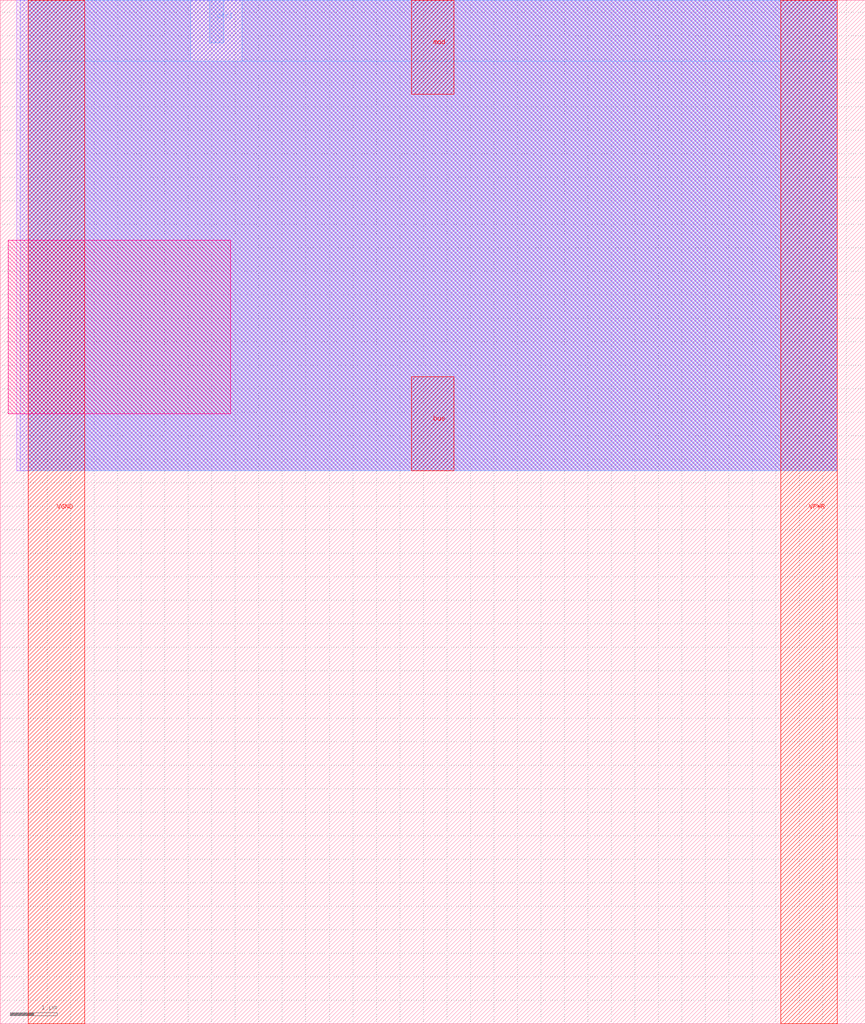
<source format=lef>
VERSION 5.7 ;
  NOWIREEXTENSIONATPIN ON ;
  DIVIDERCHAR "/" ;
  BUSBITCHARS "[]" ;
MACRO tt_asw_1v8
  CLASS BLOCK ;
  FOREIGN tt_asw_1v8 ;
  ORIGIN 0.000 0.000 ;
  SIZE 18.400 BY 21.760 ;
  PIN VGND
    DIRECTION INPUT ;
    USE GROUND ;
    PORT
      LAYER met4 ;
        RECT 0.600 0.000 1.800 21.760 ;
    END
  END VGND
  PIN VPWR
    DIRECTION INPUT ;
    USE POWER ;
    PORT
      LAYER met4 ;
        RECT 16.600 0.000 17.800 21.760 ;
    END
  END VPWR
  PIN mod
    DIRECTION INOUT ;
    USE ANALOG ;
    ANTENNADIFFAREA 6.090000 ;
    PORT
      LAYER met4 ;
        RECT 8.750 19.760 9.650 21.760 ;
    END
  END mod
  PIN bus
    DIRECTION INOUT ;
    USE ANALOG ;
    ANTENNADIFFAREA 5.220000 ;
    PORT
      LAYER met4 ;
        RECT 8.750 11.760 9.650 13.760 ;
    END
  END bus
  PIN ctrl
    DIRECTION INPUT ;
    USE SIGNAL ;
    ANTENNAGATEAREA 0.675000 ;
    PORT
      LAYER met3 ;
        RECT 4.450 20.860 4.750 21.760 ;
    END
  END ctrl
  OBS
      LAYER nwell ;
        RECT 0.170 12.970 4.900 16.660 ;
      LAYER li1 ;
        RECT 0.350 11.760 17.800 21.760 ;
      LAYER met1 ;
        RECT 0.430 11.760 17.800 21.760 ;
      LAYER met2 ;
        RECT 0.600 11.760 17.800 21.760 ;
      LAYER met3 ;
        RECT 0.600 20.460 4.050 21.760 ;
        RECT 5.150 20.460 17.800 21.760 ;
        RECT 0.600 11.760 17.800 20.460 ;
  END
END tt_asw_1v8
END LIBRARY


</source>
